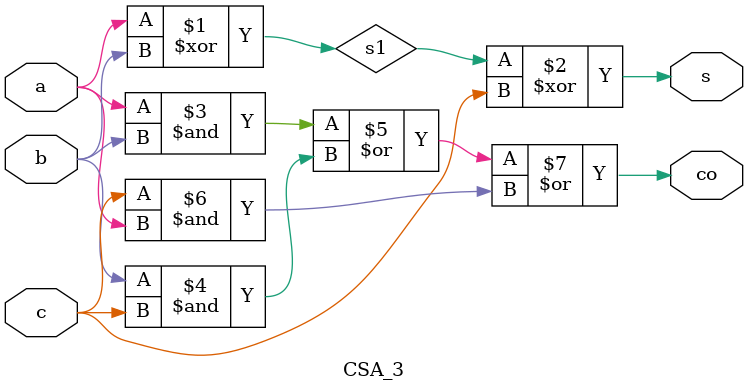
<source format=v>
`timescale 1ns / 1ps
module CSA_3(
    input a,
    input b,
    input c,
    output s,
    output co
    );

wire s1;
xor M1 (s1,a,b);
xor M2 (s,s1,c);
assign co=(a&b)|(b&c)|(c&a);

endmodule

</source>
